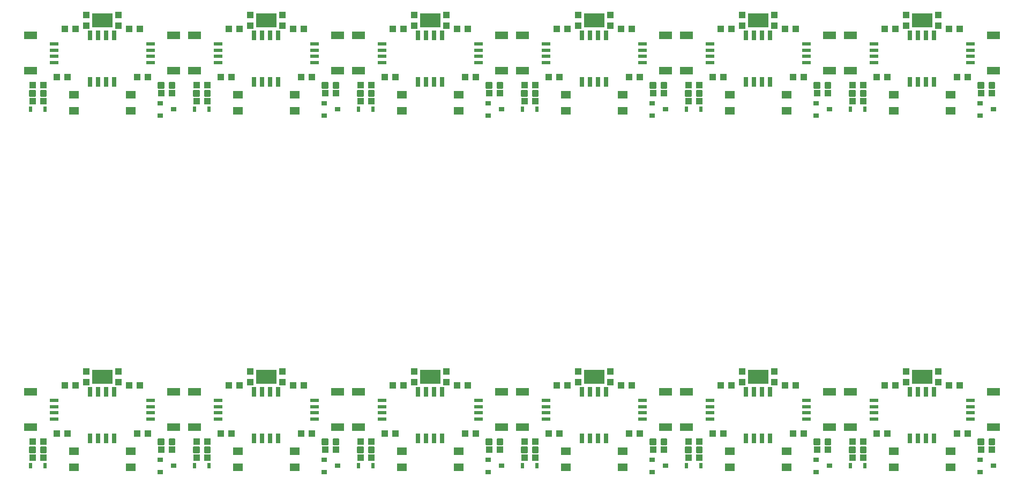
<source format=gtp>
G75*
%MOIN*%
%OFA0B0*%
%FSLAX25Y25*%
%IPPOS*%
%LPD*%
%AMOC8*
5,1,8,0,0,1.08239X$1,22.5*
%
%ADD10R,0.04331X0.03937*%
%ADD11R,0.02480X0.03268*%
%ADD12C,0.01181*%
%ADD13R,0.07874X0.04724*%
%ADD14R,0.05315X0.02362*%
%ADD15R,0.03937X0.04331*%
%ADD16R,0.13000X0.08800*%
%ADD17R,0.03543X0.03150*%
%ADD18R,0.03000X0.06000*%
%ADD19R,0.05906X0.05118*%
D10*
X0035404Y0183750D03*
X0042096Y0183750D03*
X0042096Y0193750D03*
X0035404Y0193750D03*
X0050404Y0198750D03*
X0057096Y0198750D03*
X0055404Y0228750D03*
X0062096Y0228750D03*
X0095404Y0228750D03*
X0102096Y0228750D03*
X0100404Y0198750D03*
X0107096Y0198750D03*
X0115404Y0188750D03*
X0122096Y0188750D03*
X0137404Y0183750D03*
X0144096Y0183750D03*
X0144096Y0193750D03*
X0137404Y0193750D03*
X0152404Y0198750D03*
X0159096Y0198750D03*
X0157404Y0228750D03*
X0164096Y0228750D03*
X0197404Y0228750D03*
X0204096Y0228750D03*
X0202404Y0198750D03*
X0209096Y0198750D03*
X0217404Y0188750D03*
X0224096Y0188750D03*
X0239404Y0183750D03*
X0246096Y0183750D03*
X0246096Y0193750D03*
X0239404Y0193750D03*
X0254404Y0198750D03*
X0261096Y0198750D03*
X0259404Y0228750D03*
X0266096Y0228750D03*
X0299404Y0228750D03*
X0306096Y0228750D03*
X0304404Y0198750D03*
X0311096Y0198750D03*
X0319404Y0188750D03*
X0326096Y0188750D03*
X0341404Y0183750D03*
X0348096Y0183750D03*
X0348096Y0193750D03*
X0341404Y0193750D03*
X0356404Y0198750D03*
X0363096Y0198750D03*
X0361404Y0228750D03*
X0368096Y0228750D03*
X0401404Y0228750D03*
X0408096Y0228750D03*
X0406404Y0198750D03*
X0413096Y0198750D03*
X0421404Y0188750D03*
X0428096Y0188750D03*
X0443404Y0183750D03*
X0450096Y0183750D03*
X0450096Y0193750D03*
X0443404Y0193750D03*
X0458404Y0198750D03*
X0465096Y0198750D03*
X0463404Y0228750D03*
X0470096Y0228750D03*
X0503404Y0228750D03*
X0510096Y0228750D03*
X0508404Y0198750D03*
X0515096Y0198750D03*
X0523404Y0188750D03*
X0530096Y0188750D03*
X0545404Y0183750D03*
X0552096Y0183750D03*
X0552096Y0193750D03*
X0545404Y0193750D03*
X0560404Y0198750D03*
X0567096Y0198750D03*
X0565404Y0228750D03*
X0572096Y0228750D03*
X0605404Y0228750D03*
X0612096Y0228750D03*
X0610404Y0198750D03*
X0617096Y0198750D03*
X0625404Y0188750D03*
X0632096Y0188750D03*
X0552096Y0405750D03*
X0545404Y0405750D03*
X0545404Y0415750D03*
X0552096Y0415750D03*
X0560404Y0420750D03*
X0567096Y0420750D03*
X0565404Y0450750D03*
X0572096Y0450750D03*
X0605404Y0450750D03*
X0612096Y0450750D03*
X0610404Y0420750D03*
X0617096Y0420750D03*
X0625404Y0410750D03*
X0632096Y0410750D03*
X0530096Y0410750D03*
X0523404Y0410750D03*
X0515096Y0420750D03*
X0508404Y0420750D03*
X0510096Y0450750D03*
X0503404Y0450750D03*
X0470096Y0450750D03*
X0463404Y0450750D03*
X0465096Y0420750D03*
X0458404Y0420750D03*
X0450096Y0415750D03*
X0443404Y0415750D03*
X0443404Y0405750D03*
X0450096Y0405750D03*
X0428096Y0410750D03*
X0421404Y0410750D03*
X0413096Y0420750D03*
X0406404Y0420750D03*
X0408096Y0450750D03*
X0401404Y0450750D03*
X0368096Y0450750D03*
X0361404Y0450750D03*
X0363096Y0420750D03*
X0356404Y0420750D03*
X0348096Y0415750D03*
X0341404Y0415750D03*
X0341404Y0405750D03*
X0348096Y0405750D03*
X0326096Y0410750D03*
X0319404Y0410750D03*
X0311096Y0420750D03*
X0304404Y0420750D03*
X0306096Y0450750D03*
X0299404Y0450750D03*
X0266096Y0450750D03*
X0259404Y0450750D03*
X0261096Y0420750D03*
X0254404Y0420750D03*
X0246096Y0415750D03*
X0239404Y0415750D03*
X0239404Y0405750D03*
X0246096Y0405750D03*
X0224096Y0410750D03*
X0217404Y0410750D03*
X0209096Y0420750D03*
X0202404Y0420750D03*
X0204096Y0450750D03*
X0197404Y0450750D03*
X0164096Y0450750D03*
X0157404Y0450750D03*
X0159096Y0420750D03*
X0152404Y0420750D03*
X0144096Y0415750D03*
X0137404Y0415750D03*
X0137404Y0405750D03*
X0144096Y0405750D03*
X0122096Y0410750D03*
X0115404Y0410750D03*
X0107096Y0420750D03*
X0100404Y0420750D03*
X0102096Y0450750D03*
X0095404Y0450750D03*
X0062096Y0450750D03*
X0055404Y0450750D03*
X0057096Y0420750D03*
X0050404Y0420750D03*
X0042096Y0415750D03*
X0035404Y0415750D03*
X0035404Y0405750D03*
X0042096Y0405750D03*
D11*
X0043278Y0400750D03*
X0034222Y0400750D03*
X0136222Y0400750D03*
X0145278Y0400750D03*
X0238222Y0400750D03*
X0247278Y0400750D03*
X0340222Y0400750D03*
X0349278Y0400750D03*
X0442222Y0400750D03*
X0451278Y0400750D03*
X0544222Y0400750D03*
X0553278Y0400750D03*
X0553278Y0178750D03*
X0544222Y0178750D03*
X0451278Y0178750D03*
X0442222Y0178750D03*
X0349278Y0178750D03*
X0340222Y0178750D03*
X0247278Y0178750D03*
X0238222Y0178750D03*
X0145278Y0178750D03*
X0136222Y0178750D03*
X0043278Y0178750D03*
X0034222Y0178750D03*
D12*
X0036675Y0187372D02*
X0036675Y0190128D01*
X0036675Y0187372D02*
X0033919Y0187372D01*
X0033919Y0190128D01*
X0036675Y0190128D01*
X0036675Y0188552D02*
X0033919Y0188552D01*
X0033919Y0189732D02*
X0036675Y0189732D01*
X0043581Y0190128D02*
X0043581Y0187372D01*
X0040825Y0187372D01*
X0040825Y0190128D01*
X0043581Y0190128D01*
X0043581Y0188552D02*
X0040825Y0188552D01*
X0040825Y0189732D02*
X0043581Y0189732D01*
X0116675Y0192372D02*
X0116675Y0195128D01*
X0116675Y0192372D02*
X0113919Y0192372D01*
X0113919Y0195128D01*
X0116675Y0195128D01*
X0116675Y0193552D02*
X0113919Y0193552D01*
X0113919Y0194732D02*
X0116675Y0194732D01*
X0123581Y0195128D02*
X0123581Y0192372D01*
X0120825Y0192372D01*
X0120825Y0195128D01*
X0123581Y0195128D01*
X0123581Y0193552D02*
X0120825Y0193552D01*
X0120825Y0194732D02*
X0123581Y0194732D01*
X0138675Y0190128D02*
X0138675Y0187372D01*
X0135919Y0187372D01*
X0135919Y0190128D01*
X0138675Y0190128D01*
X0138675Y0188552D02*
X0135919Y0188552D01*
X0135919Y0189732D02*
X0138675Y0189732D01*
X0145581Y0190128D02*
X0145581Y0187372D01*
X0142825Y0187372D01*
X0142825Y0190128D01*
X0145581Y0190128D01*
X0145581Y0188552D02*
X0142825Y0188552D01*
X0142825Y0189732D02*
X0145581Y0189732D01*
X0218675Y0192372D02*
X0218675Y0195128D01*
X0218675Y0192372D02*
X0215919Y0192372D01*
X0215919Y0195128D01*
X0218675Y0195128D01*
X0218675Y0193552D02*
X0215919Y0193552D01*
X0215919Y0194732D02*
X0218675Y0194732D01*
X0225581Y0195128D02*
X0225581Y0192372D01*
X0222825Y0192372D01*
X0222825Y0195128D01*
X0225581Y0195128D01*
X0225581Y0193552D02*
X0222825Y0193552D01*
X0222825Y0194732D02*
X0225581Y0194732D01*
X0240675Y0190128D02*
X0240675Y0187372D01*
X0237919Y0187372D01*
X0237919Y0190128D01*
X0240675Y0190128D01*
X0240675Y0188552D02*
X0237919Y0188552D01*
X0237919Y0189732D02*
X0240675Y0189732D01*
X0247581Y0190128D02*
X0247581Y0187372D01*
X0244825Y0187372D01*
X0244825Y0190128D01*
X0247581Y0190128D01*
X0247581Y0188552D02*
X0244825Y0188552D01*
X0244825Y0189732D02*
X0247581Y0189732D01*
X0320675Y0192372D02*
X0320675Y0195128D01*
X0320675Y0192372D02*
X0317919Y0192372D01*
X0317919Y0195128D01*
X0320675Y0195128D01*
X0320675Y0193552D02*
X0317919Y0193552D01*
X0317919Y0194732D02*
X0320675Y0194732D01*
X0327581Y0195128D02*
X0327581Y0192372D01*
X0324825Y0192372D01*
X0324825Y0195128D01*
X0327581Y0195128D01*
X0327581Y0193552D02*
X0324825Y0193552D01*
X0324825Y0194732D02*
X0327581Y0194732D01*
X0342675Y0190128D02*
X0342675Y0187372D01*
X0339919Y0187372D01*
X0339919Y0190128D01*
X0342675Y0190128D01*
X0342675Y0188552D02*
X0339919Y0188552D01*
X0339919Y0189732D02*
X0342675Y0189732D01*
X0349581Y0190128D02*
X0349581Y0187372D01*
X0346825Y0187372D01*
X0346825Y0190128D01*
X0349581Y0190128D01*
X0349581Y0188552D02*
X0346825Y0188552D01*
X0346825Y0189732D02*
X0349581Y0189732D01*
X0422675Y0192372D02*
X0422675Y0195128D01*
X0422675Y0192372D02*
X0419919Y0192372D01*
X0419919Y0195128D01*
X0422675Y0195128D01*
X0422675Y0193552D02*
X0419919Y0193552D01*
X0419919Y0194732D02*
X0422675Y0194732D01*
X0429581Y0195128D02*
X0429581Y0192372D01*
X0426825Y0192372D01*
X0426825Y0195128D01*
X0429581Y0195128D01*
X0429581Y0193552D02*
X0426825Y0193552D01*
X0426825Y0194732D02*
X0429581Y0194732D01*
X0444675Y0190128D02*
X0444675Y0187372D01*
X0441919Y0187372D01*
X0441919Y0190128D01*
X0444675Y0190128D01*
X0444675Y0188552D02*
X0441919Y0188552D01*
X0441919Y0189732D02*
X0444675Y0189732D01*
X0451581Y0190128D02*
X0451581Y0187372D01*
X0448825Y0187372D01*
X0448825Y0190128D01*
X0451581Y0190128D01*
X0451581Y0188552D02*
X0448825Y0188552D01*
X0448825Y0189732D02*
X0451581Y0189732D01*
X0524675Y0192372D02*
X0524675Y0195128D01*
X0524675Y0192372D02*
X0521919Y0192372D01*
X0521919Y0195128D01*
X0524675Y0195128D01*
X0524675Y0193552D02*
X0521919Y0193552D01*
X0521919Y0194732D02*
X0524675Y0194732D01*
X0531581Y0195128D02*
X0531581Y0192372D01*
X0528825Y0192372D01*
X0528825Y0195128D01*
X0531581Y0195128D01*
X0531581Y0193552D02*
X0528825Y0193552D01*
X0528825Y0194732D02*
X0531581Y0194732D01*
X0546675Y0190128D02*
X0546675Y0187372D01*
X0543919Y0187372D01*
X0543919Y0190128D01*
X0546675Y0190128D01*
X0546675Y0188552D02*
X0543919Y0188552D01*
X0543919Y0189732D02*
X0546675Y0189732D01*
X0553581Y0190128D02*
X0553581Y0187372D01*
X0550825Y0187372D01*
X0550825Y0190128D01*
X0553581Y0190128D01*
X0553581Y0188552D02*
X0550825Y0188552D01*
X0550825Y0189732D02*
X0553581Y0189732D01*
X0626675Y0192372D02*
X0626675Y0195128D01*
X0626675Y0192372D02*
X0623919Y0192372D01*
X0623919Y0195128D01*
X0626675Y0195128D01*
X0626675Y0193552D02*
X0623919Y0193552D01*
X0623919Y0194732D02*
X0626675Y0194732D01*
X0633581Y0195128D02*
X0633581Y0192372D01*
X0630825Y0192372D01*
X0630825Y0195128D01*
X0633581Y0195128D01*
X0633581Y0193552D02*
X0630825Y0193552D01*
X0630825Y0194732D02*
X0633581Y0194732D01*
X0553581Y0409372D02*
X0553581Y0412128D01*
X0553581Y0409372D02*
X0550825Y0409372D01*
X0550825Y0412128D01*
X0553581Y0412128D01*
X0553581Y0410552D02*
X0550825Y0410552D01*
X0550825Y0411732D02*
X0553581Y0411732D01*
X0546675Y0412128D02*
X0546675Y0409372D01*
X0543919Y0409372D01*
X0543919Y0412128D01*
X0546675Y0412128D01*
X0546675Y0410552D02*
X0543919Y0410552D01*
X0543919Y0411732D02*
X0546675Y0411732D01*
X0531581Y0414372D02*
X0531581Y0417128D01*
X0531581Y0414372D02*
X0528825Y0414372D01*
X0528825Y0417128D01*
X0531581Y0417128D01*
X0531581Y0415552D02*
X0528825Y0415552D01*
X0528825Y0416732D02*
X0531581Y0416732D01*
X0524675Y0417128D02*
X0524675Y0414372D01*
X0521919Y0414372D01*
X0521919Y0417128D01*
X0524675Y0417128D01*
X0524675Y0415552D02*
X0521919Y0415552D01*
X0521919Y0416732D02*
X0524675Y0416732D01*
X0451581Y0412128D02*
X0451581Y0409372D01*
X0448825Y0409372D01*
X0448825Y0412128D01*
X0451581Y0412128D01*
X0451581Y0410552D02*
X0448825Y0410552D01*
X0448825Y0411732D02*
X0451581Y0411732D01*
X0444675Y0412128D02*
X0444675Y0409372D01*
X0441919Y0409372D01*
X0441919Y0412128D01*
X0444675Y0412128D01*
X0444675Y0410552D02*
X0441919Y0410552D01*
X0441919Y0411732D02*
X0444675Y0411732D01*
X0429581Y0414372D02*
X0429581Y0417128D01*
X0429581Y0414372D02*
X0426825Y0414372D01*
X0426825Y0417128D01*
X0429581Y0417128D01*
X0429581Y0415552D02*
X0426825Y0415552D01*
X0426825Y0416732D02*
X0429581Y0416732D01*
X0422675Y0417128D02*
X0422675Y0414372D01*
X0419919Y0414372D01*
X0419919Y0417128D01*
X0422675Y0417128D01*
X0422675Y0415552D02*
X0419919Y0415552D01*
X0419919Y0416732D02*
X0422675Y0416732D01*
X0349581Y0412128D02*
X0349581Y0409372D01*
X0346825Y0409372D01*
X0346825Y0412128D01*
X0349581Y0412128D01*
X0349581Y0410552D02*
X0346825Y0410552D01*
X0346825Y0411732D02*
X0349581Y0411732D01*
X0342675Y0412128D02*
X0342675Y0409372D01*
X0339919Y0409372D01*
X0339919Y0412128D01*
X0342675Y0412128D01*
X0342675Y0410552D02*
X0339919Y0410552D01*
X0339919Y0411732D02*
X0342675Y0411732D01*
X0327581Y0414372D02*
X0327581Y0417128D01*
X0327581Y0414372D02*
X0324825Y0414372D01*
X0324825Y0417128D01*
X0327581Y0417128D01*
X0327581Y0415552D02*
X0324825Y0415552D01*
X0324825Y0416732D02*
X0327581Y0416732D01*
X0320675Y0417128D02*
X0320675Y0414372D01*
X0317919Y0414372D01*
X0317919Y0417128D01*
X0320675Y0417128D01*
X0320675Y0415552D02*
X0317919Y0415552D01*
X0317919Y0416732D02*
X0320675Y0416732D01*
X0247581Y0412128D02*
X0247581Y0409372D01*
X0244825Y0409372D01*
X0244825Y0412128D01*
X0247581Y0412128D01*
X0247581Y0410552D02*
X0244825Y0410552D01*
X0244825Y0411732D02*
X0247581Y0411732D01*
X0240675Y0412128D02*
X0240675Y0409372D01*
X0237919Y0409372D01*
X0237919Y0412128D01*
X0240675Y0412128D01*
X0240675Y0410552D02*
X0237919Y0410552D01*
X0237919Y0411732D02*
X0240675Y0411732D01*
X0225581Y0414372D02*
X0225581Y0417128D01*
X0225581Y0414372D02*
X0222825Y0414372D01*
X0222825Y0417128D01*
X0225581Y0417128D01*
X0225581Y0415552D02*
X0222825Y0415552D01*
X0222825Y0416732D02*
X0225581Y0416732D01*
X0218675Y0417128D02*
X0218675Y0414372D01*
X0215919Y0414372D01*
X0215919Y0417128D01*
X0218675Y0417128D01*
X0218675Y0415552D02*
X0215919Y0415552D01*
X0215919Y0416732D02*
X0218675Y0416732D01*
X0145581Y0412128D02*
X0145581Y0409372D01*
X0142825Y0409372D01*
X0142825Y0412128D01*
X0145581Y0412128D01*
X0145581Y0410552D02*
X0142825Y0410552D01*
X0142825Y0411732D02*
X0145581Y0411732D01*
X0138675Y0412128D02*
X0138675Y0409372D01*
X0135919Y0409372D01*
X0135919Y0412128D01*
X0138675Y0412128D01*
X0138675Y0410552D02*
X0135919Y0410552D01*
X0135919Y0411732D02*
X0138675Y0411732D01*
X0123581Y0414372D02*
X0123581Y0417128D01*
X0123581Y0414372D02*
X0120825Y0414372D01*
X0120825Y0417128D01*
X0123581Y0417128D01*
X0123581Y0415552D02*
X0120825Y0415552D01*
X0120825Y0416732D02*
X0123581Y0416732D01*
X0116675Y0417128D02*
X0116675Y0414372D01*
X0113919Y0414372D01*
X0113919Y0417128D01*
X0116675Y0417128D01*
X0116675Y0415552D02*
X0113919Y0415552D01*
X0113919Y0416732D02*
X0116675Y0416732D01*
X0043581Y0412128D02*
X0043581Y0409372D01*
X0040825Y0409372D01*
X0040825Y0412128D01*
X0043581Y0412128D01*
X0043581Y0410552D02*
X0040825Y0410552D01*
X0040825Y0411732D02*
X0043581Y0411732D01*
X0036675Y0412128D02*
X0036675Y0409372D01*
X0033919Y0409372D01*
X0033919Y0412128D01*
X0036675Y0412128D01*
X0036675Y0410552D02*
X0033919Y0410552D01*
X0033919Y0411732D02*
X0036675Y0411732D01*
X0626675Y0414372D02*
X0626675Y0417128D01*
X0626675Y0414372D02*
X0623919Y0414372D01*
X0623919Y0417128D01*
X0626675Y0417128D01*
X0626675Y0415552D02*
X0623919Y0415552D01*
X0623919Y0416732D02*
X0626675Y0416732D01*
X0633581Y0417128D02*
X0633581Y0414372D01*
X0630825Y0414372D01*
X0630825Y0417128D01*
X0633581Y0417128D01*
X0633581Y0415552D02*
X0630825Y0415552D01*
X0630825Y0416732D02*
X0633581Y0416732D01*
D13*
X0633219Y0424726D03*
X0633219Y0446774D03*
X0544281Y0446774D03*
X0531219Y0446774D03*
X0531219Y0424726D03*
X0544281Y0424726D03*
X0442281Y0424726D03*
X0429219Y0424726D03*
X0429219Y0446774D03*
X0442281Y0446774D03*
X0340281Y0446774D03*
X0327219Y0446774D03*
X0327219Y0424726D03*
X0340281Y0424726D03*
X0238281Y0424726D03*
X0225219Y0424726D03*
X0225219Y0446774D03*
X0238281Y0446774D03*
X0136281Y0446774D03*
X0123219Y0446774D03*
X0123219Y0424726D03*
X0136281Y0424726D03*
X0034281Y0424726D03*
X0034281Y0446774D03*
X0034281Y0224774D03*
X0034281Y0202726D03*
X0123219Y0202726D03*
X0136281Y0202726D03*
X0136281Y0224774D03*
X0123219Y0224774D03*
X0225219Y0224774D03*
X0238281Y0224774D03*
X0238281Y0202726D03*
X0225219Y0202726D03*
X0327219Y0202726D03*
X0340281Y0202726D03*
X0340281Y0224774D03*
X0327219Y0224774D03*
X0429219Y0224774D03*
X0442281Y0224774D03*
X0442281Y0202726D03*
X0429219Y0202726D03*
X0531219Y0202726D03*
X0544281Y0202726D03*
X0544281Y0224774D03*
X0531219Y0224774D03*
X0633219Y0224774D03*
X0633219Y0202726D03*
D14*
X0618750Y0207844D03*
X0618750Y0211781D03*
X0618750Y0215719D03*
X0618750Y0219656D03*
X0558750Y0219656D03*
X0558750Y0215719D03*
X0558750Y0211781D03*
X0558750Y0207844D03*
X0516750Y0207844D03*
X0516750Y0211781D03*
X0516750Y0215719D03*
X0516750Y0219656D03*
X0456750Y0219656D03*
X0456750Y0215719D03*
X0456750Y0211781D03*
X0456750Y0207844D03*
X0414750Y0207844D03*
X0414750Y0211781D03*
X0414750Y0215719D03*
X0414750Y0219656D03*
X0354750Y0219656D03*
X0354750Y0215719D03*
X0354750Y0211781D03*
X0354750Y0207844D03*
X0312750Y0207844D03*
X0312750Y0211781D03*
X0312750Y0215719D03*
X0312750Y0219656D03*
X0252750Y0219656D03*
X0252750Y0215719D03*
X0252750Y0211781D03*
X0252750Y0207844D03*
X0210750Y0207844D03*
X0210750Y0211781D03*
X0210750Y0215719D03*
X0210750Y0219656D03*
X0150750Y0219656D03*
X0150750Y0215719D03*
X0150750Y0211781D03*
X0150750Y0207844D03*
X0108750Y0207844D03*
X0108750Y0211781D03*
X0108750Y0215719D03*
X0108750Y0219656D03*
X0048750Y0219656D03*
X0048750Y0215719D03*
X0048750Y0211781D03*
X0048750Y0207844D03*
X0048750Y0429844D03*
X0048750Y0433781D03*
X0048750Y0437719D03*
X0048750Y0441656D03*
X0108750Y0441656D03*
X0108750Y0437719D03*
X0108750Y0433781D03*
X0108750Y0429844D03*
X0150750Y0429844D03*
X0150750Y0433781D03*
X0150750Y0437719D03*
X0150750Y0441656D03*
X0210750Y0441656D03*
X0210750Y0437719D03*
X0210750Y0433781D03*
X0210750Y0429844D03*
X0252750Y0429844D03*
X0252750Y0433781D03*
X0252750Y0437719D03*
X0252750Y0441656D03*
X0312750Y0441656D03*
X0312750Y0437719D03*
X0312750Y0433781D03*
X0312750Y0429844D03*
X0354750Y0429844D03*
X0354750Y0433781D03*
X0354750Y0437719D03*
X0354750Y0441656D03*
X0414750Y0441656D03*
X0414750Y0437719D03*
X0414750Y0433781D03*
X0414750Y0429844D03*
X0456750Y0429844D03*
X0456750Y0433781D03*
X0456750Y0437719D03*
X0456750Y0441656D03*
X0516750Y0441656D03*
X0516750Y0437719D03*
X0516750Y0433781D03*
X0516750Y0429844D03*
X0558750Y0429844D03*
X0558750Y0433781D03*
X0558750Y0437719D03*
X0558750Y0441656D03*
X0618750Y0441656D03*
X0618750Y0437719D03*
X0618750Y0433781D03*
X0618750Y0429844D03*
D15*
X0598750Y0452904D03*
X0598750Y0459596D03*
X0578750Y0459596D03*
X0578750Y0452904D03*
X0496750Y0452904D03*
X0496750Y0459596D03*
X0476750Y0459596D03*
X0476750Y0452904D03*
X0394750Y0452904D03*
X0394750Y0459596D03*
X0374750Y0459596D03*
X0374750Y0452904D03*
X0292750Y0452904D03*
X0292750Y0459596D03*
X0272750Y0459596D03*
X0272750Y0452904D03*
X0190750Y0452904D03*
X0190750Y0459596D03*
X0170750Y0459596D03*
X0170750Y0452904D03*
X0088750Y0452904D03*
X0088750Y0459596D03*
X0068750Y0459596D03*
X0068750Y0452904D03*
X0068750Y0237596D03*
X0068750Y0230904D03*
X0088750Y0230904D03*
X0088750Y0237596D03*
X0170750Y0237596D03*
X0170750Y0230904D03*
X0190750Y0230904D03*
X0190750Y0237596D03*
X0272750Y0237596D03*
X0272750Y0230904D03*
X0292750Y0230904D03*
X0292750Y0237596D03*
X0374750Y0237596D03*
X0374750Y0230904D03*
X0394750Y0230904D03*
X0394750Y0237596D03*
X0476750Y0237596D03*
X0476750Y0230904D03*
X0496750Y0230904D03*
X0496750Y0237596D03*
X0578750Y0237596D03*
X0578750Y0230904D03*
X0598750Y0230904D03*
X0598750Y0237596D03*
D16*
X0588750Y0234250D03*
X0486750Y0234250D03*
X0384750Y0234250D03*
X0282750Y0234250D03*
X0180750Y0234250D03*
X0078750Y0234250D03*
X0078750Y0456250D03*
X0180750Y0456250D03*
X0282750Y0456250D03*
X0384750Y0456250D03*
X0486750Y0456250D03*
X0588750Y0456250D03*
D17*
X0624813Y0404490D03*
X0624813Y0397010D03*
X0633081Y0400750D03*
X0531081Y0400750D03*
X0522813Y0397010D03*
X0522813Y0404490D03*
X0429081Y0400750D03*
X0420813Y0397010D03*
X0420813Y0404490D03*
X0327081Y0400750D03*
X0318813Y0397010D03*
X0318813Y0404490D03*
X0225081Y0400750D03*
X0216813Y0397010D03*
X0216813Y0404490D03*
X0123081Y0400750D03*
X0114813Y0397010D03*
X0114813Y0404490D03*
X0114813Y0182490D03*
X0114813Y0175010D03*
X0123081Y0178750D03*
X0216813Y0175010D03*
X0216813Y0182490D03*
X0225081Y0178750D03*
X0318813Y0175010D03*
X0318813Y0182490D03*
X0327081Y0178750D03*
X0420813Y0175010D03*
X0420813Y0182490D03*
X0429081Y0178750D03*
X0522813Y0175010D03*
X0522813Y0182490D03*
X0531081Y0178750D03*
X0624813Y0175010D03*
X0624813Y0182490D03*
X0633081Y0178750D03*
D18*
X0596250Y0195750D03*
X0591250Y0195750D03*
X0586250Y0195750D03*
X0581250Y0195750D03*
X0581250Y0224923D03*
X0586250Y0224923D03*
X0591250Y0224923D03*
X0596250Y0224923D03*
X0494250Y0224923D03*
X0489250Y0224923D03*
X0484250Y0224923D03*
X0479250Y0224923D03*
X0479250Y0195750D03*
X0484250Y0195750D03*
X0489250Y0195750D03*
X0494250Y0195750D03*
X0392250Y0195750D03*
X0387250Y0195750D03*
X0382250Y0195750D03*
X0377250Y0195750D03*
X0377250Y0224923D03*
X0382250Y0224923D03*
X0387250Y0224923D03*
X0392250Y0224923D03*
X0290250Y0224923D03*
X0285250Y0224923D03*
X0280250Y0224923D03*
X0275250Y0224923D03*
X0275250Y0195750D03*
X0280250Y0195750D03*
X0285250Y0195750D03*
X0290250Y0195750D03*
X0188250Y0195750D03*
X0183250Y0195750D03*
X0178250Y0195750D03*
X0173250Y0195750D03*
X0173250Y0224923D03*
X0178250Y0224923D03*
X0183250Y0224923D03*
X0188250Y0224923D03*
X0086250Y0224923D03*
X0081250Y0224923D03*
X0076250Y0224923D03*
X0071250Y0224923D03*
X0071250Y0195750D03*
X0076250Y0195750D03*
X0081250Y0195750D03*
X0086250Y0195750D03*
X0086250Y0417750D03*
X0081250Y0417750D03*
X0076250Y0417750D03*
X0071250Y0417750D03*
X0071250Y0446923D03*
X0076250Y0446923D03*
X0081250Y0446923D03*
X0086250Y0446923D03*
X0173250Y0446923D03*
X0178250Y0446923D03*
X0183250Y0446923D03*
X0188250Y0446923D03*
X0188250Y0417750D03*
X0183250Y0417750D03*
X0178250Y0417750D03*
X0173250Y0417750D03*
X0275250Y0417750D03*
X0280250Y0417750D03*
X0285250Y0417750D03*
X0290250Y0417750D03*
X0290250Y0446923D03*
X0285250Y0446923D03*
X0280250Y0446923D03*
X0275250Y0446923D03*
X0377250Y0446923D03*
X0382250Y0446923D03*
X0387250Y0446923D03*
X0392250Y0446923D03*
X0392250Y0417750D03*
X0387250Y0417750D03*
X0382250Y0417750D03*
X0377250Y0417750D03*
X0479250Y0417750D03*
X0484250Y0417750D03*
X0489250Y0417750D03*
X0494250Y0417750D03*
X0494250Y0446923D03*
X0489250Y0446923D03*
X0484250Y0446923D03*
X0479250Y0446923D03*
X0581250Y0446923D03*
X0586250Y0446923D03*
X0591250Y0446923D03*
X0596250Y0446923D03*
X0596250Y0417750D03*
X0591250Y0417750D03*
X0586250Y0417750D03*
X0581250Y0417750D03*
D19*
X0061033Y0177750D03*
X0061033Y0187750D03*
X0096467Y0187750D03*
X0096467Y0177750D03*
X0163033Y0177750D03*
X0163033Y0187750D03*
X0198467Y0187750D03*
X0198467Y0177750D03*
X0265033Y0177750D03*
X0265033Y0187750D03*
X0300467Y0187750D03*
X0300467Y0177750D03*
X0367033Y0177750D03*
X0367033Y0187750D03*
X0402467Y0187750D03*
X0402467Y0177750D03*
X0469033Y0177750D03*
X0469033Y0187750D03*
X0504467Y0187750D03*
X0504467Y0177750D03*
X0571033Y0177750D03*
X0571033Y0187750D03*
X0606467Y0187750D03*
X0606467Y0177750D03*
X0606467Y0399750D03*
X0606467Y0409750D03*
X0571033Y0409750D03*
X0571033Y0399750D03*
X0504467Y0399750D03*
X0504467Y0409750D03*
X0469033Y0409750D03*
X0469033Y0399750D03*
X0402467Y0399750D03*
X0402467Y0409750D03*
X0367033Y0409750D03*
X0367033Y0399750D03*
X0300467Y0399750D03*
X0300467Y0409750D03*
X0265033Y0409750D03*
X0265033Y0399750D03*
X0198467Y0399750D03*
X0198467Y0409750D03*
X0163033Y0409750D03*
X0163033Y0399750D03*
X0096467Y0399750D03*
X0096467Y0409750D03*
X0061033Y0409750D03*
X0061033Y0399750D03*
M02*

</source>
